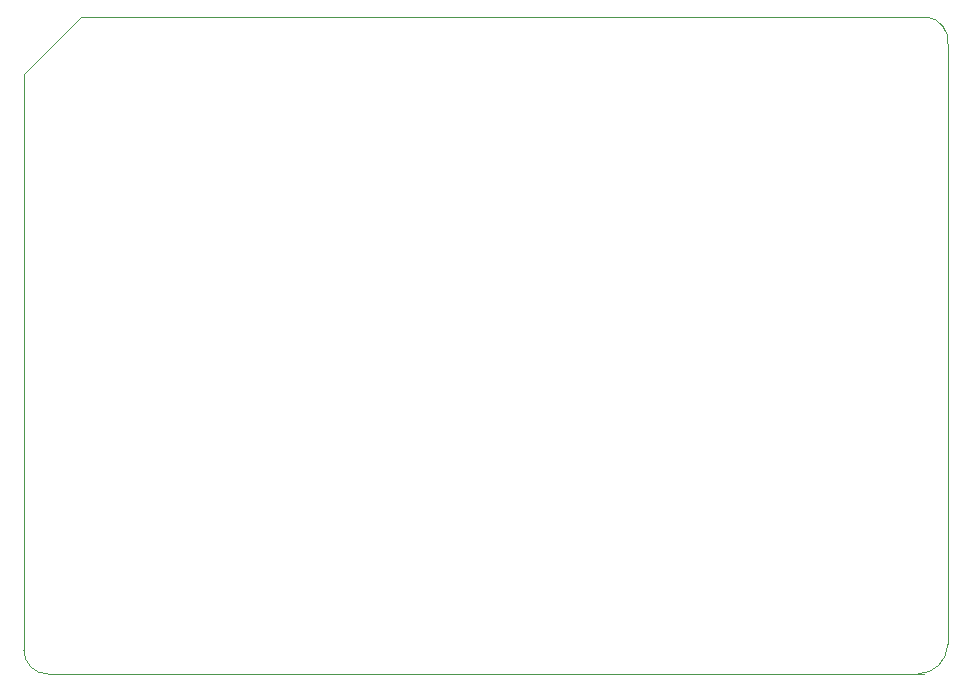
<source format=gm1>
G04 #@! TF.FileFunction,Profile,NP*
%FSLAX46Y46*%
G04 Gerber Fmt 4.6, Leading zero omitted, Abs format (unit mm)*
G04 Created by KiCad (PCBNEW 4.0.7) date Sunday, July 29, 2018 'PMt' 07:28:34 PM*
%MOMM*%
%LPD*%
G01*
G04 APERTURE LIST*
%ADD10C,0.100000*%
G04 APERTURE END LIST*
D10*
X210566000Y-81026000D02*
X208026000Y-81026000D01*
X212344000Y-85344000D02*
X212344000Y-83312000D01*
X212344000Y-83312000D02*
G75*
G03X210566000Y-81026000I-2032000J254000D01*
G01*
X209804000Y-136652000D02*
G75*
G03X212344000Y-134112000I0J2540000D01*
G01*
X212344000Y-123190000D02*
X212344000Y-134112000D01*
X212344000Y-123190000D02*
X212344000Y-85344000D01*
X134112000Y-134620000D02*
X134112000Y-134366000D01*
X137160000Y-136652000D02*
X136144000Y-136652000D01*
X134112000Y-134620000D02*
G75*
G03X136144000Y-136652000I2032000J0D01*
G01*
X138938000Y-81026000D02*
X141986000Y-81026000D01*
X134112000Y-85852000D02*
X138938000Y-81026000D01*
X134112000Y-134366000D02*
X134112000Y-85852000D01*
X208026000Y-81026000D02*
X141732000Y-81026000D01*
X210312000Y-136652000D02*
X210058000Y-136652000D01*
X137160000Y-136652000D02*
X210312000Y-136652000D01*
M02*

</source>
